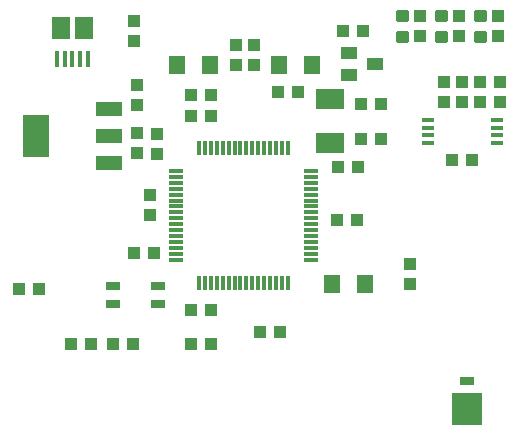
<source format=gtp>
G75*
%MOIN*%
%OFA0B0*%
%FSLAX24Y24*%
%IPPOS*%
%LPD*%
%AMOC8*
5,1,8,0,0,1.08239X$1,22.5*
%
%ADD10R,0.0433X0.0394*%
%ADD11R,0.0394X0.0433*%
%ADD12R,0.0551X0.0630*%
%ADD13R,0.0118X0.0472*%
%ADD14R,0.0472X0.0118*%
%ADD15R,0.0394X0.0138*%
%ADD16R,0.0157X0.0531*%
%ADD17R,0.0591X0.0748*%
%ADD18C,0.0118*%
%ADD19R,0.0945X0.0669*%
%ADD20R,0.0880X0.0480*%
%ADD21R,0.0866X0.1417*%
%ADD22R,0.0551X0.0394*%
%ADD23R,0.1000X0.1050*%
%ADD24R,0.0500X0.0300*%
%ADD25R,0.0492X0.0256*%
D10*
X012165Y007133D03*
X012835Y007133D03*
X013915Y005283D03*
X014585Y005283D03*
X015315Y005283D03*
X015985Y005283D03*
X017915Y005283D03*
X018585Y005283D03*
X020215Y005683D03*
X020885Y005683D03*
X018585Y006433D03*
X017915Y006433D03*
X016685Y008333D03*
X016015Y008333D03*
X022765Y009433D03*
X023435Y009433D03*
X023485Y011183D03*
X022815Y011183D03*
X023565Y012133D03*
X024235Y012133D03*
X024235Y013283D03*
X023565Y013283D03*
X021485Y013683D03*
X020815Y013683D03*
X018585Y013583D03*
X017915Y013583D03*
X017915Y012883D03*
X018585Y012883D03*
X022965Y015733D03*
X023635Y015733D03*
X026615Y011433D03*
X027285Y011433D03*
D11*
X027550Y013349D03*
X026950Y013349D03*
X026350Y013349D03*
X026350Y014018D03*
X026950Y014018D03*
X027550Y014018D03*
X028200Y014018D03*
X028200Y013349D03*
X028150Y015549D03*
X028150Y016218D03*
X026850Y016218D03*
X026850Y015549D03*
X025550Y015549D03*
X025550Y016218D03*
X020000Y015268D03*
X019400Y015268D03*
X019400Y014599D03*
X020000Y014599D03*
X016100Y013918D03*
X016100Y013249D03*
X016100Y012318D03*
X016754Y012300D03*
X016754Y011631D03*
X016100Y011649D03*
X016550Y010268D03*
X016550Y009599D03*
X025200Y007968D03*
X025200Y007299D03*
X016000Y015399D03*
X016000Y016068D03*
D12*
X017449Y014583D03*
X018551Y014583D03*
X020849Y014583D03*
X021951Y014583D03*
X022599Y007283D03*
X023701Y007283D03*
D13*
X021126Y007339D03*
X020930Y007339D03*
X020733Y007339D03*
X020536Y007339D03*
X020339Y007339D03*
X020142Y007339D03*
X019945Y007339D03*
X019748Y007339D03*
X019552Y007339D03*
X019355Y007339D03*
X019158Y007339D03*
X018961Y007339D03*
X018764Y007339D03*
X018567Y007339D03*
X018370Y007339D03*
X018174Y007339D03*
X018174Y011827D03*
X018370Y011827D03*
X018567Y011827D03*
X018764Y011827D03*
X018961Y011827D03*
X019158Y011827D03*
X019355Y011827D03*
X019552Y011827D03*
X019748Y011827D03*
X019945Y011827D03*
X020142Y011827D03*
X020339Y011827D03*
X020536Y011827D03*
X020733Y011827D03*
X020930Y011827D03*
X021126Y011827D03*
D14*
X021894Y011060D03*
X021894Y010863D03*
X021894Y010666D03*
X021894Y010469D03*
X021894Y010272D03*
X021894Y010075D03*
X021894Y009879D03*
X021894Y009682D03*
X021894Y009485D03*
X021894Y009288D03*
X021894Y009091D03*
X021894Y008894D03*
X021894Y008698D03*
X021894Y008501D03*
X021894Y008304D03*
X021894Y008107D03*
X017406Y008107D03*
X017406Y008304D03*
X017406Y008501D03*
X017406Y008698D03*
X017406Y008894D03*
X017406Y009091D03*
X017406Y009288D03*
X017406Y009485D03*
X017406Y009682D03*
X017406Y009879D03*
X017406Y010075D03*
X017406Y010272D03*
X017406Y010469D03*
X017406Y010666D03*
X017406Y010863D03*
X017406Y011060D03*
D15*
X025798Y011999D03*
X025798Y012255D03*
X025798Y012511D03*
X025798Y012767D03*
X028102Y012767D03*
X028102Y012511D03*
X028102Y012255D03*
X028102Y011999D03*
D16*
X014462Y014780D03*
X014206Y014780D03*
X013950Y014780D03*
X013694Y014780D03*
X013438Y014780D03*
D17*
X013556Y015829D03*
X014344Y015833D03*
D18*
X024812Y015676D02*
X025088Y015676D01*
X025088Y015400D01*
X024812Y015400D01*
X024812Y015676D01*
X024812Y015517D02*
X025088Y015517D01*
X025088Y015634D02*
X024812Y015634D01*
X024812Y016367D02*
X025088Y016367D01*
X025088Y016091D01*
X024812Y016091D01*
X024812Y016367D01*
X024812Y016208D02*
X025088Y016208D01*
X025088Y016325D02*
X024812Y016325D01*
X026112Y016367D02*
X026388Y016367D01*
X026388Y016091D01*
X026112Y016091D01*
X026112Y016367D01*
X026112Y016208D02*
X026388Y016208D01*
X026388Y016325D02*
X026112Y016325D01*
X026112Y015676D02*
X026388Y015676D01*
X026388Y015400D01*
X026112Y015400D01*
X026112Y015676D01*
X026112Y015517D02*
X026388Y015517D01*
X026388Y015634D02*
X026112Y015634D01*
X027412Y015676D02*
X027688Y015676D01*
X027688Y015400D01*
X027412Y015400D01*
X027412Y015676D01*
X027412Y015517D02*
X027688Y015517D01*
X027688Y015634D02*
X027412Y015634D01*
X027412Y016367D02*
X027688Y016367D01*
X027688Y016091D01*
X027412Y016091D01*
X027412Y016367D01*
X027412Y016208D02*
X027688Y016208D01*
X027688Y016325D02*
X027412Y016325D01*
D19*
X022550Y013462D03*
X022550Y012005D03*
D20*
X015170Y012233D03*
X015170Y013143D03*
X015170Y011323D03*
D21*
X012730Y012233D03*
D22*
X023167Y014259D03*
X024033Y014633D03*
X023167Y015007D03*
D23*
X027100Y003133D03*
D24*
X027100Y004058D03*
D25*
X016788Y006628D03*
X016788Y007238D03*
X015312Y007238D03*
X015312Y006628D03*
M02*

</source>
